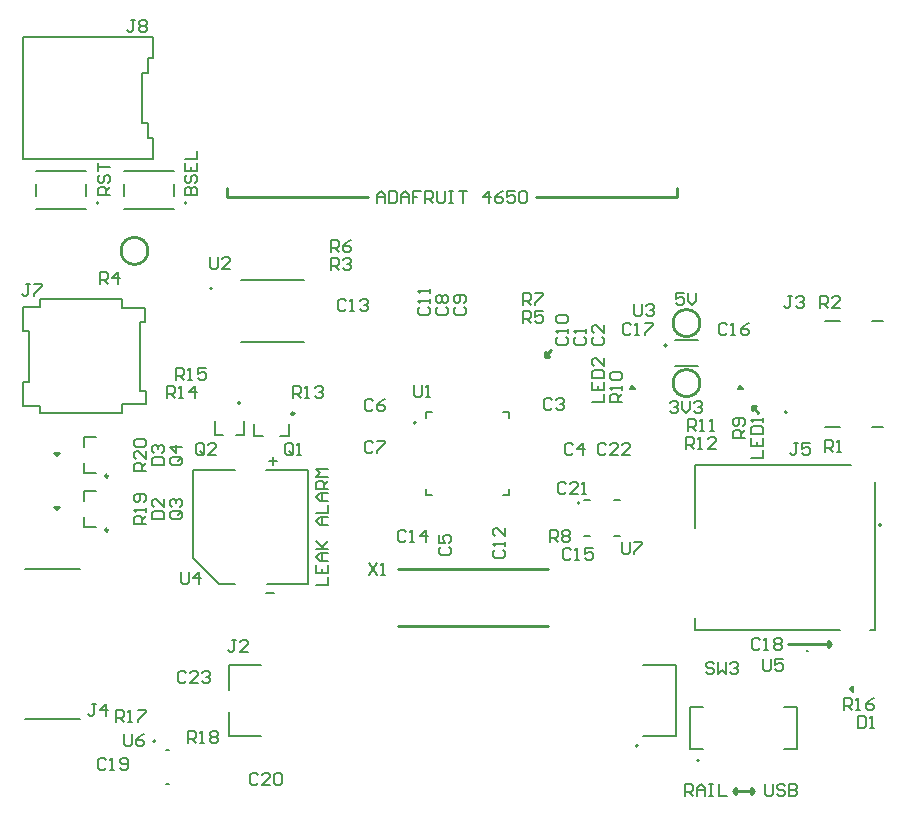
<source format=gto>
G04*
G04 #@! TF.GenerationSoftware,Altium Limited,Altium Designer,24.2.2 (26)*
G04*
G04 Layer_Color=65535*
%FSLAX44Y44*%
%MOMM*%
G71*
G04*
G04 #@! TF.SameCoordinates,F7EBB540-B4CE-4F1F-BB4A-EDFB59B12267*
G04*
G04*
G04 #@! TF.FilePolarity,Positive*
G04*
G01*
G75*
%ADD10C,0.2000*%
%ADD11C,0.2500*%
%ADD12C,0.1524*%
%ADD13C,0.2540*%
%ADD14C,0.1270*%
D10*
X613390Y295200D02*
G03*
X613390Y295200I-1000J0D01*
G01*
X693120Y199680D02*
G03*
X693120Y199680I-1000J0D01*
G01*
X437750Y218410D02*
G03*
X437750Y218410I-1000J0D01*
G01*
X150478Y302940D02*
G03*
X150478Y302940I-1000J0D01*
G01*
X78630Y16660D02*
G03*
X78630Y16660I-1000J0D01*
G01*
X539180Y440D02*
G03*
X539180Y440I-1000J0D01*
G01*
X511570Y351750D02*
G03*
X511570Y351750I-1000J0D01*
G01*
X30710Y472190D02*
G03*
X30710Y472190I-1000J0D01*
G01*
X105230Y472190D02*
G03*
X105230Y472190I-1000J0D01*
G01*
X299150Y286350D02*
G03*
X299150Y286350I-1000J0D01*
G01*
X126650Y400050D02*
G03*
X126650Y400050I-1000J0D01*
G01*
X487200Y12800D02*
G03*
X487200Y12800I-1000J0D01*
G01*
X685590Y372400D02*
X694580D01*
X685590Y283000D02*
X694580D01*
X645890D02*
X658390D01*
X645890Y372400D02*
X658390D01*
X162038Y274940D02*
X170038D01*
X162038D02*
Y284940D01*
X184038Y274940D02*
X192038D01*
Y284940D01*
X535220Y110630D02*
Y121080D01*
Y197480D02*
Y250630D01*
X668020D01*
X687720Y110630D02*
Y236180D01*
X535220Y110630D02*
X658020D01*
X683420D02*
X687720D01*
X18480Y220360D02*
Y228360D01*
X28480D01*
X18480Y198360D02*
Y206360D01*
Y198360D02*
X28480D01*
X18480Y266080D02*
Y274080D01*
X28480D01*
X18480Y244080D02*
Y252080D01*
Y244080D02*
X28480D01*
D11*
X196288Y293940D02*
G03*
X196288Y293940I-1250J0D01*
G01*
X38730Y195360D02*
G03*
X38730Y195360I-1250J0D01*
G01*
Y241080D02*
G03*
X38730Y241080I-1250J0D01*
G01*
D12*
X629644Y92971D02*
G03*
X631167Y92957I784J2566D01*
G01*
X-31750Y162560D02*
X15240D01*
X-31750Y35560D02*
X15240D01*
X514778Y303106D02*
X516470Y304798D01*
X519856D01*
X521549Y303106D01*
Y301413D01*
X519856Y299720D01*
X518163D01*
X519856D01*
X521549Y298027D01*
Y296334D01*
X519856Y294642D01*
X516470D01*
X514778Y296334D01*
X524934Y304798D02*
Y298027D01*
X528320Y294642D01*
X531706Y298027D01*
Y304798D01*
X535091Y303106D02*
X536784Y304798D01*
X540169D01*
X541862Y303106D01*
Y301413D01*
X540169Y299720D01*
X538477D01*
X540169D01*
X541862Y298027D01*
Y296334D01*
X540169Y294642D01*
X536784D01*
X535091Y296334D01*
X526627Y396238D02*
X519856D01*
Y391160D01*
X523242Y392853D01*
X524934D01*
X526627Y391160D01*
Y387774D01*
X524934Y386082D01*
X521549D01*
X519856Y387774D01*
X530013Y396238D02*
Y389467D01*
X533398Y386082D01*
X536784Y389467D01*
Y396238D01*
X104142Y479219D02*
X114298D01*
Y484298D01*
X112606Y485990D01*
X110913D01*
X109220Y484298D01*
Y479219D01*
Y484298D01*
X107527Y485990D01*
X105834D01*
X104142Y484298D01*
Y479219D01*
X105834Y496147D02*
X104142Y494454D01*
Y491069D01*
X105834Y489376D01*
X107527D01*
X109220Y491069D01*
Y494454D01*
X110913Y496147D01*
X112606D01*
X114298Y494454D01*
Y491069D01*
X112606Y489376D01*
X104142Y506304D02*
Y499533D01*
X114298D01*
Y506304D01*
X109220Y499533D02*
Y502918D01*
X104142Y509689D02*
X114298D01*
Y516461D01*
X40638Y479218D02*
X30482D01*
Y484296D01*
X32174Y485989D01*
X35560D01*
X37253Y484296D01*
Y479218D01*
Y482603D02*
X40638Y485989D01*
X32174Y496146D02*
X30482Y494453D01*
Y491067D01*
X32174Y489374D01*
X33867D01*
X35560Y491067D01*
Y494453D01*
X37253Y496146D01*
X38946D01*
X40638Y494453D01*
Y491067D01*
X38946Y489374D01*
X30482Y499531D02*
Y506302D01*
Y502917D01*
X40638D01*
X266721Y472442D02*
Y479213D01*
X270106Y482598D01*
X273492Y479213D01*
Y472442D01*
Y477520D01*
X266721D01*
X276877Y482598D02*
Y472442D01*
X281956D01*
X283648Y474134D01*
Y480906D01*
X281956Y482598D01*
X276877D01*
X287034Y472442D02*
Y479213D01*
X290420Y482598D01*
X293805Y479213D01*
Y472442D01*
Y477520D01*
X287034D01*
X303962Y482598D02*
X297191D01*
Y477520D01*
X300576D01*
X297191D01*
Y472442D01*
X307347D02*
Y482598D01*
X312426D01*
X314118Y480906D01*
Y477520D01*
X312426Y475827D01*
X307347D01*
X310733D02*
X314118Y472442D01*
X317504Y482598D02*
Y474134D01*
X319197Y472442D01*
X322583D01*
X324275Y474134D01*
Y482598D01*
X327661D02*
X331046D01*
X329354D01*
Y472442D01*
X327661D01*
X331046D01*
X336125Y482598D02*
X342896D01*
X339510D01*
Y472442D01*
X361517D02*
Y482598D01*
X356438Y477520D01*
X363209D01*
X373366Y482598D02*
X369981Y480906D01*
X366595Y477520D01*
Y474134D01*
X368288Y472442D01*
X371673D01*
X373366Y474134D01*
Y475827D01*
X371673Y477520D01*
X366595D01*
X383523Y482598D02*
X376752D01*
Y477520D01*
X380137Y479213D01*
X381830D01*
X383523Y477520D01*
Y474134D01*
X381830Y472442D01*
X378445D01*
X376752Y474134D01*
X386908Y480906D02*
X388601Y482598D01*
X391987D01*
X393680Y480906D01*
Y474134D01*
X391987Y472442D01*
X388601D01*
X386908Y474134D01*
Y480906D01*
X214884Y149029D02*
X225041D01*
Y155800D01*
X214884Y165957D02*
Y159186D01*
X225041D01*
Y165957D01*
X219962Y159186D02*
Y162572D01*
X225041Y169343D02*
X218270D01*
X214884Y172728D01*
X218270Y176114D01*
X225041D01*
X219962D01*
Y169343D01*
X214884Y179499D02*
X225041D01*
X221655D01*
X214884Y186271D01*
X219962Y181192D01*
X225041Y186271D01*
Y199813D02*
X218270D01*
X214884Y203198D01*
X218270Y206584D01*
X225041D01*
X219962D01*
Y199813D01*
X214884Y209970D02*
X225041D01*
Y216741D01*
Y220126D02*
X218270D01*
X214884Y223512D01*
X218270Y226897D01*
X225041D01*
X219962D01*
Y220126D01*
X225041Y230283D02*
X214884D01*
Y235361D01*
X216577Y237054D01*
X219962D01*
X221655Y235361D01*
Y230283D01*
Y233668D02*
X225041Y237054D01*
Y240440D02*
X214884D01*
X218270Y243825D01*
X214884Y247211D01*
X225041D01*
X526846Y-29461D02*
Y-19304D01*
X531924D01*
X533617Y-20997D01*
Y-24382D01*
X531924Y-26075D01*
X526846D01*
X530231D02*
X533617Y-29461D01*
X537002D02*
Y-22690D01*
X540388Y-19304D01*
X543774Y-22690D01*
Y-29461D01*
Y-24382D01*
X537002D01*
X547159Y-19304D02*
X550545D01*
X548852D01*
Y-29461D01*
X547159D01*
X550545D01*
X555623Y-19304D02*
Y-29461D01*
X562394D01*
X594578Y-19304D02*
Y-27768D01*
X596270Y-29461D01*
X599656D01*
X601349Y-27768D01*
Y-19304D01*
X611506Y-20997D02*
X609813Y-19304D01*
X606427D01*
X604734Y-20997D01*
Y-22690D01*
X606427Y-24382D01*
X609813D01*
X611506Y-26075D01*
Y-27768D01*
X609813Y-29461D01*
X606427D01*
X604734Y-27768D01*
X614891Y-19304D02*
Y-29461D01*
X619969D01*
X621662Y-27768D01*
Y-26075D01*
X619969Y-24382D01*
X614891D01*
X619969D01*
X621662Y-22690D01*
Y-20997D01*
X619969Y-19304D01*
X614891D01*
X172720Y142238D02*
X179491D01*
X175260Y253998D02*
X182031D01*
X178646Y257384D02*
Y250613D01*
X434512Y358815D02*
X432819Y357122D01*
Y353737D01*
X434512Y352044D01*
X441283D01*
X442976Y353737D01*
Y357122D01*
X441283Y358815D01*
X442976Y362201D02*
Y365586D01*
Y363894D01*
X432819D01*
X434512Y362201D01*
X449752Y358815D02*
X448059Y357122D01*
Y353737D01*
X449752Y352044D01*
X456523D01*
X458216Y353737D01*
Y357122D01*
X456523Y358815D01*
X458216Y368972D02*
Y362201D01*
X451445Y368972D01*
X449752D01*
X448059Y367279D01*
Y363894D01*
X449752Y362201D01*
X414867Y305646D02*
X413174Y307338D01*
X409789D01*
X408096Y305646D01*
Y298874D01*
X409789Y297182D01*
X413174D01*
X414867Y298874D01*
X418253Y305646D02*
X419946Y307338D01*
X423331D01*
X425024Y305646D01*
Y303953D01*
X423331Y302260D01*
X421638D01*
X423331D01*
X425024Y300567D01*
Y298874D01*
X423331Y297182D01*
X419946D01*
X418253Y298874D01*
X432647Y267546D02*
X430954Y269238D01*
X427569D01*
X425876Y267546D01*
Y260774D01*
X427569Y259082D01*
X430954D01*
X432647Y260774D01*
X441111Y259082D02*
Y269238D01*
X436033Y264160D01*
X442804D01*
X320212Y181015D02*
X318519Y179322D01*
Y175937D01*
X320212Y174244D01*
X326983D01*
X328676Y175937D01*
Y179322D01*
X326983Y181015D01*
X318519Y191172D02*
Y184401D01*
X323598D01*
X321905Y187786D01*
Y189479D01*
X323598Y191172D01*
X326983D01*
X328676Y189479D01*
Y186094D01*
X326983Y184401D01*
X262639Y304628D02*
X260947Y306321D01*
X257561D01*
X255868Y304628D01*
Y297857D01*
X257561Y296164D01*
X260947D01*
X262639Y297857D01*
X272796Y306321D02*
X269410Y304628D01*
X266025Y301242D01*
Y297857D01*
X267718Y296164D01*
X271103D01*
X272796Y297857D01*
Y299550D01*
X271103Y301242D01*
X266025D01*
X262639Y269068D02*
X260947Y270761D01*
X257561D01*
X255868Y269068D01*
Y262297D01*
X257561Y260604D01*
X260947D01*
X262639Y262297D01*
X266025Y270761D02*
X272796D01*
Y269068D01*
X266025Y262297D01*
Y260604D01*
X317672Y384215D02*
X315979Y382522D01*
Y379137D01*
X317672Y377444D01*
X324443D01*
X326136Y379137D01*
Y382522D01*
X324443Y384215D01*
X317672Y387601D02*
X315979Y389294D01*
Y392679D01*
X317672Y394372D01*
X319365D01*
X321058Y392679D01*
X322750Y394372D01*
X324443D01*
X326136Y392679D01*
Y389294D01*
X324443Y387601D01*
X322750D01*
X321058Y389294D01*
X319365Y387601D01*
X317672D01*
X321058Y389294D02*
Y392679D01*
X332912Y384215D02*
X331219Y382522D01*
Y379137D01*
X332912Y377444D01*
X339683D01*
X341376Y379137D01*
Y382522D01*
X339683Y384215D01*
Y387601D02*
X341376Y389294D01*
Y392679D01*
X339683Y394372D01*
X332912D01*
X331219Y392679D01*
Y389294D01*
X332912Y387601D01*
X334605D01*
X336298Y389294D01*
Y394372D01*
X419272Y358815D02*
X417579Y357122D01*
Y353737D01*
X419272Y352044D01*
X426043D01*
X427736Y353737D01*
Y357122D01*
X426043Y358815D01*
X427736Y362201D02*
Y365586D01*
Y363894D01*
X417579D01*
X419272Y362201D01*
Y370665D02*
X417579Y372357D01*
Y375743D01*
X419272Y377436D01*
X426043D01*
X427736Y375743D01*
Y372357D01*
X426043Y370665D01*
X419272D01*
X302432Y384215D02*
X300739Y382522D01*
Y379137D01*
X302432Y377444D01*
X309203D01*
X310896Y379137D01*
Y382522D01*
X309203Y384215D01*
X310896Y387601D02*
Y390986D01*
Y389294D01*
X300739D01*
X302432Y387601D01*
X310896Y396065D02*
Y399450D01*
Y397757D01*
X300739D01*
X302432Y396065D01*
X365932Y178475D02*
X364239Y176782D01*
Y173397D01*
X365932Y171704D01*
X372703D01*
X374396Y173397D01*
Y176782D01*
X372703Y178475D01*
X374396Y181861D02*
Y185246D01*
Y183554D01*
X364239D01*
X365932Y181861D01*
X374396Y197096D02*
Y190325D01*
X367625Y197096D01*
X365932D01*
X364239Y195403D01*
Y192017D01*
X365932Y190325D01*
X291255Y193886D02*
X289562Y195578D01*
X286177D01*
X284484Y193886D01*
Y187114D01*
X286177Y185422D01*
X289562D01*
X291255Y187114D01*
X294641Y185422D02*
X298026D01*
X296334D01*
Y195578D01*
X294641Y193886D01*
X308183Y185422D02*
Y195578D01*
X303105Y190500D01*
X309876D01*
X430955Y178646D02*
X429263Y180338D01*
X425877D01*
X424184Y178646D01*
Y171874D01*
X425877Y170182D01*
X429263D01*
X430955Y171874D01*
X434341Y170182D02*
X437726D01*
X436034D01*
Y180338D01*
X434341Y178646D01*
X449576Y180338D02*
X442805D01*
Y175260D01*
X446190Y176953D01*
X447883D01*
X449576Y175260D01*
Y171874D01*
X447883Y170182D01*
X444498D01*
X442805Y171874D01*
X37255Y846D02*
X35563Y2538D01*
X32177D01*
X30484Y846D01*
Y-5926D01*
X32177Y-7618D01*
X35563D01*
X37255Y-5926D01*
X40641Y-7618D02*
X44026D01*
X42334D01*
Y2538D01*
X40641Y846D01*
X49105Y-5926D02*
X50798Y-7618D01*
X54183D01*
X55876Y-5926D01*
Y846D01*
X54183Y2538D01*
X50798D01*
X49105Y846D01*
Y-847D01*
X50798Y-2540D01*
X55876D01*
X165949Y-11854D02*
X164256Y-10162D01*
X160870D01*
X159178Y-11854D01*
Y-18626D01*
X160870Y-20318D01*
X164256D01*
X165949Y-18626D01*
X176106Y-20318D02*
X169334D01*
X176106Y-13547D01*
Y-11854D01*
X174413Y-10162D01*
X171027D01*
X169334Y-11854D01*
X179491D02*
X181184Y-10162D01*
X184569D01*
X186262Y-11854D01*
Y-18626D01*
X184569Y-20318D01*
X181184D01*
X179491Y-18626D01*
Y-11854D01*
X104989Y74506D02*
X103296Y76198D01*
X99910D01*
X98218Y74506D01*
Y67734D01*
X99910Y66042D01*
X103296D01*
X104989Y67734D01*
X115146Y66042D02*
X108374D01*
X115146Y72813D01*
Y74506D01*
X113453Y76198D01*
X110067D01*
X108374Y74506D01*
X118531D02*
X120224Y76198D01*
X123610D01*
X125302Y74506D01*
Y72813D01*
X123610Y71120D01*
X121917D01*
X123610D01*
X125302Y69427D01*
Y67734D01*
X123610Y66042D01*
X120224D01*
X118531Y67734D01*
X76202Y204896D02*
X86358D01*
Y209974D01*
X84666Y211667D01*
X77894D01*
X76202Y209974D01*
Y204896D01*
X86358Y221824D02*
Y215053D01*
X79587Y221824D01*
X77894D01*
X76202Y220131D01*
Y216746D01*
X77894Y215053D01*
X76202Y250616D02*
X86358D01*
Y255694D01*
X84666Y257387D01*
X77894D01*
X76202Y255694D01*
Y250616D01*
X77894Y260773D02*
X76202Y262466D01*
Y265851D01*
X77894Y267544D01*
X79587D01*
X81280Y265851D01*
Y264158D01*
Y265851D01*
X82973Y267544D01*
X84666D01*
X86358Y265851D01*
Y262466D01*
X84666Y260773D01*
X146725Y102359D02*
X143340D01*
X145032D01*
Y93895D01*
X143340Y92202D01*
X141647D01*
X139954Y93895D01*
X156882Y92202D02*
X150111D01*
X156882Y98973D01*
Y100666D01*
X155189Y102359D01*
X151804D01*
X150111Y100666D01*
X99906Y211667D02*
X93134D01*
X91442Y209974D01*
Y206589D01*
X93134Y204896D01*
X99906D01*
X101598Y206589D01*
Y209974D01*
X98213Y208282D02*
X101598Y211667D01*
Y209974D02*
X99906Y211667D01*
X93134Y215053D02*
X91442Y216746D01*
Y220131D01*
X93134Y221824D01*
X94827D01*
X96520Y220131D01*
Y218438D01*
Y220131D01*
X98213Y221824D01*
X99906D01*
X101598Y220131D01*
Y216746D01*
X99906Y215053D01*
Y257387D02*
X93134D01*
X91442Y255694D01*
Y252309D01*
X93134Y250616D01*
X99906D01*
X101598Y252309D01*
Y255694D01*
X98213Y254002D02*
X101598Y257387D01*
Y255694D02*
X99906Y257387D01*
X101598Y265851D02*
X91442D01*
X96520Y260773D01*
Y267544D01*
X413176Y185422D02*
Y195578D01*
X418254D01*
X419947Y193886D01*
Y190500D01*
X418254Y188807D01*
X413176D01*
X416562D02*
X419947Y185422D01*
X423333Y193886D02*
X425026Y195578D01*
X428411D01*
X430104Y193886D01*
Y192193D01*
X428411Y190500D01*
X430104Y188807D01*
Y187114D01*
X428411Y185422D01*
X425026D01*
X423333Y187114D01*
Y188807D01*
X425026Y190500D01*
X423333Y192193D01*
Y193886D01*
X425026Y190500D02*
X428411D01*
X45724Y33022D02*
Y43178D01*
X50802D01*
X52495Y41486D01*
Y38100D01*
X50802Y36407D01*
X45724D01*
X49110D02*
X52495Y33022D01*
X55881D02*
X59266D01*
X57574D01*
Y43178D01*
X55881Y41486D01*
X64345Y43178D02*
X71116D01*
Y41486D01*
X64345Y34714D01*
Y33022D01*
X106684Y15242D02*
Y25398D01*
X111763D01*
X113455Y23706D01*
Y20320D01*
X111763Y18627D01*
X106684D01*
X110070D02*
X113455Y15242D01*
X116841D02*
X120226D01*
X118534D01*
Y25398D01*
X116841Y23706D01*
X125305D02*
X126998Y25398D01*
X130383D01*
X132076Y23706D01*
Y22013D01*
X130383Y20320D01*
X132076Y18627D01*
Y16934D01*
X130383Y15242D01*
X126998D01*
X125305Y16934D01*
Y18627D01*
X126998Y20320D01*
X125305Y22013D01*
Y23706D01*
X126998Y20320D02*
X130383D01*
X71118Y200664D02*
X60962D01*
Y205742D01*
X62654Y207435D01*
X66040D01*
X67733Y205742D01*
Y200664D01*
Y204050D02*
X71118Y207435D01*
Y210821D02*
Y214206D01*
Y212514D01*
X60962D01*
X62654Y210821D01*
X69426Y219285D02*
X71118Y220978D01*
Y224363D01*
X69426Y226056D01*
X62654D01*
X60962Y224363D01*
Y220978D01*
X62654Y219285D01*
X64347D01*
X66040Y220978D01*
Y226056D01*
X71118Y245538D02*
X60962D01*
Y250616D01*
X62654Y252309D01*
X66040D01*
X67733Y250616D01*
Y245538D01*
Y248923D02*
X71118Y252309D01*
Y262466D02*
Y255695D01*
X64347Y262466D01*
X62654D01*
X60962Y260773D01*
Y257387D01*
X62654Y255695D01*
Y265851D02*
X60962Y267544D01*
Y270930D01*
X62654Y272622D01*
X69426D01*
X71118Y270930D01*
Y267544D01*
X69426Y265851D01*
X62654D01*
X297688Y318513D02*
Y310049D01*
X299381Y308356D01*
X302766D01*
X304459Y310049D01*
Y318513D01*
X307845Y308356D02*
X311230D01*
X309538D01*
Y318513D01*
X307845Y316820D01*
X259929Y167638D02*
X266700Y157482D01*
Y167638D02*
X259929Y157482D01*
X270086D02*
X273471D01*
X271778D01*
Y167638D01*
X270086Y165946D01*
X474136Y185418D02*
Y176954D01*
X475829Y175262D01*
X479214D01*
X480907Y176954D01*
Y185418D01*
X484293D02*
X491064D01*
Y183726D01*
X484293Y176954D01*
Y175262D01*
X52496Y22858D02*
Y14394D01*
X54189Y12702D01*
X57574D01*
X59267Y14394D01*
Y22858D01*
X69424D02*
X66038Y21166D01*
X62653Y17780D01*
Y14394D01*
X64346Y12702D01*
X67731D01*
X69424Y14394D01*
Y16087D01*
X67731Y17780D01*
X62653D01*
X593516Y86358D02*
Y77894D01*
X595209Y76202D01*
X598594D01*
X600287Y77894D01*
Y86358D01*
X610444D02*
X603673D01*
Y81280D01*
X607058Y82973D01*
X608751D01*
X610444Y81280D01*
Y77894D01*
X608751Y76202D01*
X605366D01*
X603673Y77894D01*
X100756Y160018D02*
Y151554D01*
X102449Y149862D01*
X105834D01*
X107527Y151554D01*
Y160018D01*
X115991Y149862D02*
Y160018D01*
X110913Y154940D01*
X117684D01*
X484296Y387158D02*
Y378694D01*
X485989Y377002D01*
X489374D01*
X491067Y378694D01*
Y387158D01*
X494453Y385466D02*
X496146Y387158D01*
X499531D01*
X501224Y385466D01*
Y383773D01*
X499531Y382080D01*
X497838D01*
X499531D01*
X501224Y380387D01*
Y378694D01*
X499531Y377002D01*
X496146D01*
X494453Y378694D01*
X125222Y426971D02*
Y418507D01*
X126915Y416814D01*
X130300D01*
X131993Y418507D01*
Y426971D01*
X142150Y416814D02*
X135379D01*
X142150Y423585D01*
Y425278D01*
X140457Y426971D01*
X137072D01*
X135379Y425278D01*
X552029Y82126D02*
X550336Y83818D01*
X546950D01*
X545258Y82126D01*
Y80433D01*
X546950Y78740D01*
X550336D01*
X552029Y77047D01*
Y75354D01*
X550336Y73662D01*
X546950D01*
X545258Y75354D01*
X555414Y83818D02*
Y73662D01*
X558800Y77047D01*
X562186Y73662D01*
Y83818D01*
X565571Y82126D02*
X567264Y83818D01*
X570649D01*
X572342Y82126D01*
Y80433D01*
X570649Y78740D01*
X568957D01*
X570649D01*
X572342Y77047D01*
Y75354D01*
X570649Y73662D01*
X567264D01*
X565571Y75354D01*
X661424Y43182D02*
Y53338D01*
X666503D01*
X668195Y51646D01*
Y48260D01*
X666503Y46567D01*
X661424D01*
X664810D02*
X668195Y43182D01*
X671581D02*
X674967D01*
X673274D01*
Y53338D01*
X671581Y51646D01*
X686816Y53338D02*
X683430Y51646D01*
X680045Y48260D01*
Y44874D01*
X681738Y43182D01*
X685123D01*
X686816Y44874D01*
Y46567D01*
X685123Y48260D01*
X680045D01*
X96524Y322582D02*
Y332738D01*
X101602D01*
X103295Y331046D01*
Y327660D01*
X101602Y325967D01*
X96524D01*
X99910D02*
X103295Y322582D01*
X106681D02*
X110066D01*
X108374D01*
Y332738D01*
X106681Y331046D01*
X121916Y332738D02*
X115145D01*
Y327660D01*
X118530Y329353D01*
X120223D01*
X121916Y327660D01*
Y324274D01*
X120223Y322582D01*
X116838D01*
X115145Y324274D01*
X88904Y307342D02*
Y317498D01*
X93982D01*
X95675Y315806D01*
Y312420D01*
X93982Y310727D01*
X88904D01*
X92290D02*
X95675Y307342D01*
X99061D02*
X102446D01*
X100754D01*
Y317498D01*
X99061Y315806D01*
X112603Y307342D02*
Y317498D01*
X107525Y312420D01*
X114296D01*
X195584Y307342D02*
Y317498D01*
X200662D01*
X202355Y315806D01*
Y312420D01*
X200662Y310727D01*
X195584D01*
X198970D02*
X202355Y307342D01*
X205741D02*
X209126D01*
X207434D01*
Y317498D01*
X205741Y315806D01*
X214205D02*
X215898Y317498D01*
X219283D01*
X220976Y315806D01*
Y314113D01*
X219283Y312420D01*
X217590D01*
X219283D01*
X220976Y310727D01*
Y309034D01*
X219283Y307342D01*
X215898D01*
X214205Y309034D01*
X528324Y264162D02*
Y274318D01*
X533402D01*
X535095Y272626D01*
Y269240D01*
X533402Y267547D01*
X528324D01*
X531710D02*
X535095Y264162D01*
X538481D02*
X541866D01*
X540174D01*
Y274318D01*
X538481Y272626D01*
X553716Y264162D02*
X546945D01*
X553716Y270933D01*
Y272626D01*
X552023Y274318D01*
X548638D01*
X546945Y272626D01*
X530017Y279402D02*
Y289558D01*
X535095D01*
X536788Y287866D01*
Y284480D01*
X535095Y282787D01*
X530017D01*
X533402D02*
X536788Y279402D01*
X540174D02*
X543559D01*
X541866D01*
Y289558D01*
X540174Y287866D01*
X548638Y279402D02*
X552023D01*
X550330D01*
Y289558D01*
X548638Y287866D01*
X473456Y303784D02*
X463299D01*
Y308862D01*
X464992Y310555D01*
X468378D01*
X470070Y308862D01*
Y303784D01*
Y307170D02*
X473456Y310555D01*
Y313941D02*
Y317326D01*
Y315634D01*
X463299D01*
X464992Y313941D01*
Y322405D02*
X463299Y324097D01*
Y327483D01*
X464992Y329176D01*
X471763D01*
X473456Y327483D01*
Y324097D01*
X471763Y322405D01*
X464992D01*
X577596Y273648D02*
X567439D01*
Y278727D01*
X569132Y280419D01*
X572518D01*
X574210Y278727D01*
Y273648D01*
Y277034D02*
X577596Y280419D01*
X575903Y283805D02*
X577596Y285498D01*
Y288883D01*
X575903Y290576D01*
X569132D01*
X567439Y288883D01*
Y285498D01*
X569132Y283805D01*
X570825D01*
X572518Y285498D01*
Y290576D01*
X390316Y386082D02*
Y396238D01*
X395394D01*
X397087Y394546D01*
Y391160D01*
X395394Y389467D01*
X390316D01*
X393702D02*
X397087Y386082D01*
X400473Y396238D02*
X407244D01*
Y394546D01*
X400473Y387774D01*
Y386082D01*
X227756Y430784D02*
Y440941D01*
X232834D01*
X234527Y439248D01*
Y435862D01*
X232834Y434170D01*
X227756D01*
X231142D02*
X234527Y430784D01*
X244684Y440941D02*
X241298Y439248D01*
X237913Y435862D01*
Y432477D01*
X239606Y430784D01*
X242991D01*
X244684Y432477D01*
Y434170D01*
X242991Y435862D01*
X237913D01*
X390316Y370842D02*
Y380998D01*
X395394D01*
X397087Y379306D01*
Y375920D01*
X395394Y374227D01*
X390316D01*
X393702D02*
X397087Y370842D01*
X407244Y380998D02*
X400473D01*
Y375920D01*
X403858Y377613D01*
X405551D01*
X407244Y375920D01*
Y372534D01*
X405551Y370842D01*
X402166D01*
X400473Y372534D01*
X32176Y403862D02*
Y414018D01*
X37254D01*
X38947Y412326D01*
Y408940D01*
X37254Y407247D01*
X32176D01*
X35562D02*
X38947Y403862D01*
X47411D02*
Y414018D01*
X42333Y408940D01*
X49104D01*
X227756Y415544D02*
Y425701D01*
X232834D01*
X234527Y424008D01*
Y420622D01*
X232834Y418930D01*
X227756D01*
X231142D02*
X234527Y415544D01*
X237913Y424008D02*
X239606Y425701D01*
X242991D01*
X244684Y424008D01*
Y422315D01*
X242991Y420622D01*
X241298D01*
X242991D01*
X244684Y418930D01*
Y417237D01*
X242991Y415544D01*
X239606D01*
X237913Y417237D01*
X641776Y383542D02*
Y393698D01*
X646854D01*
X648547Y392006D01*
Y388620D01*
X646854Y386927D01*
X641776D01*
X645162D02*
X648547Y383542D01*
X658704D02*
X651933D01*
X658704Y390313D01*
Y392006D01*
X657011Y393698D01*
X653626D01*
X651933Y392006D01*
X646009Y261622D02*
Y271778D01*
X651087D01*
X652780Y270086D01*
Y266700D01*
X651087Y265007D01*
X646009D01*
X649394D02*
X652780Y261622D01*
X656166D02*
X659551D01*
X657858D01*
Y271778D01*
X656166Y270086D01*
X120227Y260774D02*
Y267546D01*
X118534Y269238D01*
X115149D01*
X113456Y267546D01*
Y260774D01*
X115149Y259082D01*
X118534D01*
X116842Y262467D02*
X120227Y259082D01*
X118534D02*
X120227Y260774D01*
X130384Y259082D02*
X123613D01*
X130384Y265853D01*
Y267546D01*
X128691Y269238D01*
X125306D01*
X123613Y267546D01*
X195580Y260774D02*
Y267546D01*
X193887Y269238D01*
X190502D01*
X188809Y267546D01*
Y260774D01*
X190502Y259082D01*
X193887D01*
X192194Y262467D02*
X195580Y259082D01*
X193887D02*
X195580Y260774D01*
X198966Y259082D02*
X202351D01*
X200658D01*
Y269238D01*
X198966Y267546D01*
X448059Y303784D02*
X458216D01*
Y310555D01*
X448059Y320712D02*
Y313941D01*
X458216D01*
Y320712D01*
X453138Y313941D02*
Y317326D01*
X448059Y324097D02*
X458216D01*
Y329176D01*
X456523Y330869D01*
X449752D01*
X448059Y329176D01*
Y324097D01*
X458216Y341025D02*
Y334254D01*
X451445Y341025D01*
X449752D01*
X448059Y339333D01*
Y335947D01*
X449752Y334254D01*
X582679Y256720D02*
X592836D01*
Y263491D01*
X582679Y273648D02*
Y266877D01*
X592836D01*
Y273648D01*
X587758Y266877D02*
Y270263D01*
X582679Y277034D02*
X592836D01*
Y282112D01*
X591143Y283805D01*
X584372D01*
X582679Y282112D01*
Y277034D01*
X592836Y287190D02*
Y290576D01*
Y288883D01*
X582679D01*
X584372Y287190D01*
X61807Y627378D02*
X58422D01*
X60114D01*
Y618914D01*
X58422Y617222D01*
X56729D01*
X55036Y618914D01*
X65193Y625686D02*
X66886Y627378D01*
X70271D01*
X71964Y625686D01*
Y623993D01*
X70271Y622300D01*
X71964Y620607D01*
Y618914D01*
X70271Y617222D01*
X66886D01*
X65193Y618914D01*
Y620607D01*
X66886Y622300D01*
X65193Y623993D01*
Y625686D01*
X66886Y622300D02*
X70271D01*
X-27093Y403858D02*
X-30478D01*
X-28786D01*
Y395394D01*
X-30478Y393702D01*
X-32171D01*
X-33864Y395394D01*
X-23707Y403858D02*
X-16936D01*
Y402166D01*
X-23707Y395394D01*
Y393702D01*
X623147Y269238D02*
X619762D01*
X621454D01*
Y260774D01*
X619762Y259082D01*
X618069D01*
X616376Y260774D01*
X633304Y269238D02*
X626533D01*
Y264160D01*
X629918Y265853D01*
X631611D01*
X633304Y264160D01*
Y260774D01*
X631611Y259082D01*
X628226D01*
X626533Y260774D01*
X28787Y48258D02*
X25402D01*
X27094D01*
Y39794D01*
X25402Y38102D01*
X23709D01*
X22016Y39794D01*
X37251Y38102D02*
Y48258D01*
X32173Y43180D01*
X38944D01*
X618067Y393698D02*
X614682D01*
X616374D01*
Y385234D01*
X614682Y383542D01*
X612989D01*
X611296Y385234D01*
X621453Y392006D02*
X623146Y393698D01*
X626531D01*
X628224Y392006D01*
Y390313D01*
X626531Y388620D01*
X624838D01*
X626531D01*
X628224Y386927D01*
Y385234D01*
X626531Y383542D01*
X623146D01*
X621453Y385234D01*
X673274Y38098D02*
Y27942D01*
X678352D01*
X680045Y29634D01*
Y36406D01*
X678352Y38098D01*
X673274D01*
X683430Y27942D02*
X686816D01*
X685123D01*
Y38098D01*
X683430Y36406D01*
X460589Y267546D02*
X458896Y269238D01*
X455510D01*
X453818Y267546D01*
Y260774D01*
X455510Y259082D01*
X458896D01*
X460589Y260774D01*
X470746Y259082D02*
X463974D01*
X470746Y265853D01*
Y267546D01*
X469053Y269238D01*
X465667D01*
X463974Y267546D01*
X480902Y259082D02*
X474131D01*
X480902Y265853D01*
Y267546D01*
X479210Y269238D01*
X475824D01*
X474131Y267546D01*
X426722Y234526D02*
X425029Y236218D01*
X421643D01*
X419950Y234526D01*
Y227754D01*
X421643Y226062D01*
X425029D01*
X426722Y227754D01*
X436878Y226062D02*
X430107D01*
X436878Y232833D01*
Y234526D01*
X435186Y236218D01*
X431800D01*
X430107Y234526D01*
X440264Y226062D02*
X443649D01*
X441957D01*
Y236218D01*
X440264Y234526D01*
X590975Y102446D02*
X589282Y104138D01*
X585897D01*
X584204Y102446D01*
Y95674D01*
X585897Y93982D01*
X589282D01*
X590975Y95674D01*
X594361Y93982D02*
X597746D01*
X596054D01*
Y104138D01*
X594361Y102446D01*
X602825D02*
X604518Y104138D01*
X607903D01*
X609596Y102446D01*
Y100753D01*
X607903Y99060D01*
X609596Y97367D01*
Y95674D01*
X607903Y93982D01*
X604518D01*
X602825Y95674D01*
Y97367D01*
X604518Y99060D01*
X602825Y100753D01*
Y102446D01*
X604518Y99060D02*
X607903D01*
X481755Y369146D02*
X480062Y370838D01*
X476677D01*
X474984Y369146D01*
Y362374D01*
X476677Y360682D01*
X480062D01*
X481755Y362374D01*
X485141Y360682D02*
X488526D01*
X486834D01*
Y370838D01*
X485141Y369146D01*
X493605Y370838D02*
X500376D01*
Y369146D01*
X493605Y362374D01*
Y360682D01*
X563035Y369146D02*
X561343Y370838D01*
X557957D01*
X556264Y369146D01*
Y362374D01*
X557957Y360682D01*
X561343D01*
X563035Y362374D01*
X566421Y360682D02*
X569806D01*
X568114D01*
Y370838D01*
X566421Y369146D01*
X581656Y370838D02*
X578270Y369146D01*
X574885Y365760D01*
Y362374D01*
X576578Y360682D01*
X579963D01*
X581656Y362374D01*
Y364067D01*
X579963Y365760D01*
X574885D01*
X240455Y389466D02*
X238762Y391158D01*
X235377D01*
X233684Y389466D01*
Y382694D01*
X235377Y381002D01*
X238762D01*
X240455Y382694D01*
X243841Y381002D02*
X247226D01*
X245534D01*
Y391158D01*
X243841Y389466D01*
X252305D02*
X253998Y391158D01*
X257383D01*
X259076Y389466D01*
Y387773D01*
X257383Y386080D01*
X255690D01*
X257383D01*
X259076Y384387D01*
Y382694D01*
X257383Y381002D01*
X253998D01*
X252305Y382694D01*
D13*
X539750Y370650D02*
G03*
X539750Y370650I-11430J0D01*
G01*
X539750Y319850D02*
G03*
X539750Y319850I-11430J0D01*
G01*
X72390Y431800D02*
G03*
X72390Y431800I-11430J0D01*
G01*
X401320Y477520D02*
X520700D01*
Y485140D01*
X139700Y477520D02*
Y485140D01*
Y477520D02*
X259080D01*
X570230Y-27940D02*
X570230Y-22860D01*
X567690Y-25400D02*
X570230Y-22860D01*
X567690Y-25400D02*
X570230Y-27940D01*
X570230Y-25400D02*
X582930D01*
Y-27940D02*
X585470Y-25400D01*
X582930Y-27940D02*
Y-22860D01*
X585470Y-25400D01*
X583584Y296744D02*
Y300336D01*
X587176Y300336D01*
X583584Y296744D02*
X587176Y300336D01*
X585380Y298540D02*
X589280Y294640D01*
X408324Y342284D02*
X411916D01*
X408324D02*
X408324Y345876D01*
X411916Y342284D01*
X410120Y344080D02*
X414020Y347980D01*
X614680Y99060D02*
X642620D01*
X648136D01*
Y96520D02*
Y101600D01*
Y96520D02*
X650676Y99060D01*
X648136Y101600D02*
X650676Y99060D01*
X347472Y114300D02*
X410972D01*
X283972D02*
X347472D01*
Y162560D02*
X410972D01*
X283972D02*
X347472D01*
D14*
X172658Y246620D02*
X207758D01*
Y149620D02*
Y246620D01*
X172758Y149620D02*
X207758D01*
X132758D02*
X145758D01*
X110758Y171620D02*
X132758Y149620D01*
X110758Y171620D02*
Y246620D01*
X145758D01*
X480100Y314790D02*
X482600Y317290D01*
X480100Y314790D02*
X485100D01*
X482600Y317290D02*
X485100Y314790D01*
X571540Y314790D02*
X574040Y317290D01*
X571540Y314790D02*
X576540D01*
X574040Y317290D02*
X576540Y314790D01*
X441750Y190660D02*
X446850D01*
X466650D02*
X471750D01*
X466650Y220660D02*
X471750D01*
X441750D02*
X446850D01*
X147118Y275740D02*
X153618D01*
Y288140D01*
X129338Y275740D02*
X135838D01*
X129338D02*
Y288140D01*
X87680Y-19990D02*
X90580D01*
X87680Y9010D02*
X90580D01*
X531580Y9940D02*
Y45940D01*
X621580Y9940D02*
Y45940D01*
X610780D02*
X621580D01*
X531580D02*
X542380D01*
X610780Y9940D02*
X621580D01*
X531580D02*
X542380D01*
X666770Y60960D02*
X669270Y58460D01*
Y63460D01*
X666770Y60960D02*
X669270Y63460D01*
X65300Y348650D02*
Y371790D01*
Y337150D02*
Y348650D01*
Y313370D02*
Y337150D01*
X50800Y383220D02*
X69850D01*
Y371790D02*
Y383220D01*
X65300Y371790D02*
X69850Y371790D01*
X65300Y313370D02*
X71120Y313370D01*
Y301940D02*
Y313370D01*
X50800Y301940D02*
X71120Y301940D01*
X50800Y383220D02*
Y390840D01*
X-19050Y390840D02*
X50800Y390840D01*
X-19050Y294320D02*
X50800Y294320D01*
Y301940D01*
X-33020Y300670D02*
X-19050D01*
X-33020Y384490D02*
X-19050D01*
Y390840D01*
Y294320D02*
Y300670D01*
X-33020Y320990D02*
X-27940Y320990D01*
X-33020Y364170D02*
X-27940Y364170D01*
Y320990D02*
Y364170D01*
X-33020Y320990D02*
X-33020Y300670D01*
X-33020Y384490D02*
X-33020Y364170D01*
X21300Y509680D02*
X76300D01*
X21300Y612680D02*
X76300D01*
Y594680D02*
Y612680D01*
X72800Y594680D02*
X76300D01*
X72800Y582680D02*
Y594680D01*
X76300Y509680D02*
Y527680D01*
X72800D02*
X76300D01*
X72800D02*
Y539680D01*
X67300D02*
X72800D01*
X67300D02*
Y582680D01*
X72800D01*
X-33748Y509680D02*
X21300D01*
X-33782Y509714D02*
X-33748Y509680D01*
X-33692Y612680D02*
X21300D01*
X-33782Y612590D02*
X-33692Y612680D01*
X-33782Y509714D02*
Y612590D01*
X518320Y334050D02*
X538320D01*
X518320Y356450D02*
X538320D01*
X-22290Y466990D02*
X19710D01*
X-22290Y499390D02*
X19710D01*
Y478190D02*
Y488190D01*
X-22290Y478190D02*
Y488190D01*
X52230Y466990D02*
X94230Y466990D01*
X52230Y499390D02*
X94230D01*
X94230Y488190D02*
X94230Y478190D01*
X52230Y488190D02*
X52230Y478190D01*
X307900Y290550D02*
Y295350D01*
Y225350D02*
Y230150D01*
X377900Y290550D02*
Y295350D01*
Y225350D02*
Y230150D01*
X307900Y295350D02*
X312700D01*
X307900Y225350D02*
X312700D01*
X373100Y295350D02*
X377900D01*
X373100Y225350D02*
X377900D01*
X151400Y354600D02*
X204200D01*
X151400Y407400D02*
X204200Y407400D01*
X-5000Y212110D02*
X-2500Y214610D01*
X-7500D02*
X-2500D01*
X-7500D02*
X-5000Y212110D01*
X-5000Y257830D02*
X-2500Y260330D01*
X-7500D02*
X-2500D01*
X-7500D02*
X-5000Y257830D01*
X141200Y20800D02*
Y41450D01*
Y60150D02*
Y80800D01*
X168500D01*
X519200Y20800D02*
Y80800D01*
X491900D02*
X519200D01*
X141200Y20800D02*
X168500D01*
X491900D02*
X519200D01*
M02*

</source>
